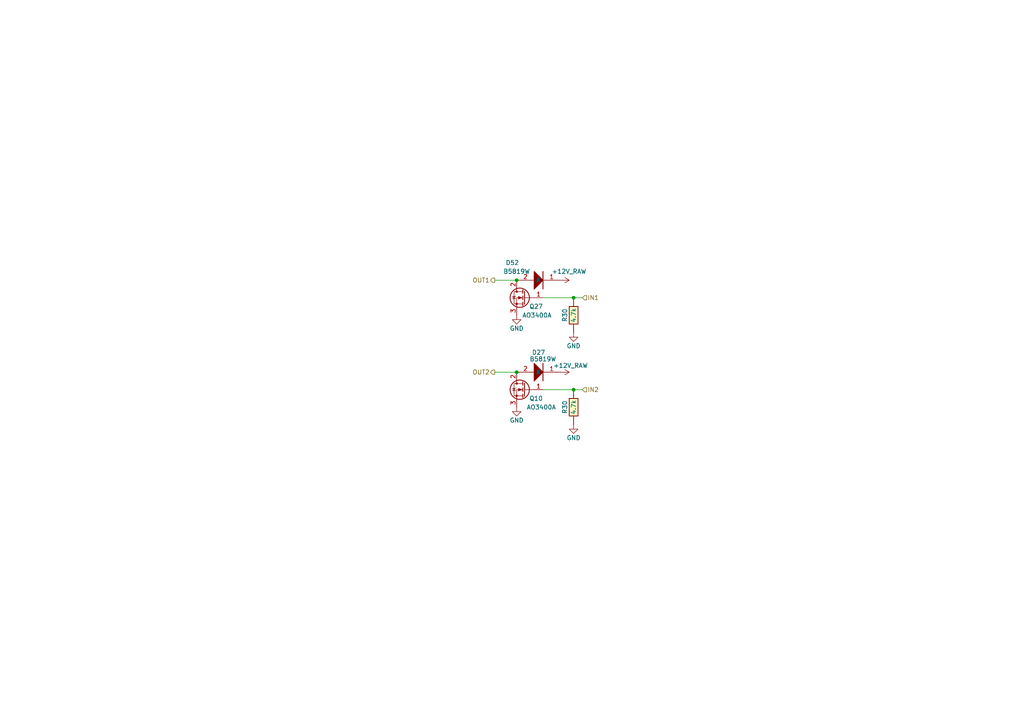
<source format=kicad_sch>
(kicad_sch (version 20230121) (generator eeschema)
  (paper "A4")
  (lib_symbols
    (symbol "hellen-one-common:+12V_RAW" (power) (pin_names (offset 0))
      (property "Value" "+12V_RAW" (at 0 3.556 0))
      (symbol "+12V_RAW_0_1"
        (polyline (pts (xy -0.762 1.27) (xy 0 2.54)))
        (polyline (pts (xy 0 0) (xy 0 2.54)))
        (polyline (pts (xy 0 2.54) (xy 0.762 1.27)))
      )
      (symbol "+12V_RAW_1_1"
        (pin power_in line (at 0 0 90) (length 0) hide (name "+12V_RAW") (number "1"))
      )
    )
    (symbol "hellen-one-common:1N4148WS"
      (property "Reference" "D" (at 0 2.54 0))
      (property "Value" "1N4148WS" (at 0 -3.81 0))
      (symbol "1N4148WS_1_0"
        (polyline (pts (xy 2.54 2.54) (xy 2.54 -2.54)) (stroke (width 0.254)))
        (polyline (pts (xy 0 -2.54) (xy 2.54 0) (xy 0 2.54) (xy 0 -2.54)) (stroke (width 0.254)) (fill (type outline)))
        (pin passive line (at 7.62 0 180) (length 5.08) (name "K") (number "1"))
        (pin passive line (at -5.08 0 0) (length 5.08) (name "A") (number "2"))
      )
    )
    (symbol "hellen-one-common:MOSFET-N" (pin_names hide)
      (property "Reference" "Q" (at 5.08 6.35 0))
      (property "Value" "MOSFET-N" (at 2.54 3.81 0))
      (symbol "MOSFET-N_0_1"
        (polyline (pts (xy 0.254 0) (xy -2.54 0)))
        (polyline (pts (xy 0.254 1.905) (xy 0.254 -1.905)) (stroke (width 0.254)))
        (polyline (pts (xy 0.762 -1.27) (xy 0.762 -2.286)) (stroke (width 0.254)))
        (polyline (pts (xy 0.762 0.508) (xy 0.762 -0.508)) (stroke (width 0.254)))
        (polyline (pts (xy 0.762 2.286) (xy 0.762 1.27)) (stroke (width 0.254)))
        (polyline (pts (xy 2.54 2.54) (xy 2.54 1.778)))
        (polyline (pts (xy 2.54 -2.54) (xy 2.54 0) (xy 0.762 0)))
        (polyline (pts (xy 0.762 -1.778) (xy 3.302 -1.778) (xy 3.302 1.778) (xy 0.762 1.778)))
        (polyline (pts (xy 1.016 0) (xy 2.032 0.381) (xy 2.032 -0.381) (xy 1.016 0)) (fill (type outline)))
        (polyline (pts (xy 2.794 0.508) (xy 2.921 0.381) (xy 3.683 0.381) (xy 3.81 0.254)))
        (polyline (pts (xy 3.302 0.381) (xy 2.921 -0.254) (xy 3.683 -0.254) (xy 3.302 0.381)))
        (circle (center 1.651 0) (radius 2.794) (stroke (width 0.254)))
        (circle (center 2.54 -1.778) (radius 0.254) (fill (type outline)))
        (circle (center 2.54 1.778) (radius 0.254) (fill (type outline)))
      )
      (symbol "MOSFET-N_1_1"
        (pin input line (at -5.08 0 0) (length 2.54) (name "G") (number "1"))
        (pin passive line (at 2.54 5.08 270) (length 2.54) (name "D") (number "2"))
        (pin passive line (at 2.54 -5.08 90) (length 2.54) (name "S") (number "3"))
      )
    )
    (symbol "hellen-one-common:Res" (pin_numbers hide)
      (property "Reference" "R" (at 3.81 2.54 0))
      (property "Value" "Res" (at 5.08 -2.54 0))
      (symbol "Res_1_0"
        (rectangle (start 2.54 -1.27) (end 7.62 1.27) (stroke (width 0.254)) (fill (type background)))
        (pin passive line (at 0 0 0) (length 2.54) (name "") (number "1"))
        (pin passive line (at 10.16 0 180) (length 2.54) (name "") (number "2"))
      )
    )
    (symbol "power:GND" (power) (pin_names (offset 0))
      (property "Value" "GND" (at 0 -3.81 0))
      (symbol "GND_0_1"
        (polyline (pts (xy 0 0) (xy 0 -1.27) (xy 1.27 -1.27) (xy 0 -2.54) (xy -1.27 -1.27) (xy 0 -1.27)))
      )
      (symbol "GND_1_1"
        (pin power_in line (at 0 0 270) (length 0) hide (name "GND") (number "1"))
      )
    )
  )
  (junction (at 149.86 81.28))
  (junction (at 149.86 107.95))
  (junction (at 166.37 113.03))
  (junction (at 166.37 86.36))
  (wire (pts (xy 157.48 86.36) (xy 166.37 86.36)))
  (wire (pts (xy 166.37 113.03) (xy 168.91 113.03)))
  (wire (pts (xy 143.51 81.28) (xy 149.86 81.28)))
  (wire (pts (xy 143.51 107.95) (xy 149.86 107.95)))
  (wire (pts (xy 157.48 113.03) (xy 166.37 113.03)))
  (wire (pts (xy 166.37 86.36) (xy 168.91 86.36)))
  (hierarchical_label "OUT1" (shape output) (at 143.51 81.28 180))
  (hierarchical_label "IN1" (shape input) (at 168.91 86.36 0))
  (hierarchical_label "OUT2" (shape output) (at 143.51 107.95 180))
  (hierarchical_label "IN2" (shape input) (at 168.91 113.03 0))
  (symbol (lib_id "hellen-one-common:1N4148WS") (at 154.94 107.95 0) (unit 1)
    (property "Reference" "D27" (at 156.21 102.235 0))
    (property "Value" "B5819W" (at 157.48 104.14 0))
    (property "Footprint" "hellen-one-common:SOD-123" (effects hide))
    (property "LCSC" "C8598" (effects hide))
    (instances (project "alphax_2ch" (path "" (reference "D27") (unit 1)) (path "" (reference "D24") (unit 1))))
  )
  (symbol (lib_id "power:GND") (at 166.37 96.52 0) (unit 1)
    (property "Reference" "#PWR035" (effects hide))
    (property "Value" "GND" (at 166.37 100.33 0))
    (instances (project "alphax_2ch" (path "" (reference "#PWR035") (unit 1)) (path "" (reference "#PWR075") (unit 1))))
  )
  (symbol (lib_id "power:GND") (at 149.86 91.44 0) (mirror y) (unit 1)
    (property "Reference" "#PWR0122" (effects hide))
    (property "Value" "GND" (at 149.86 95.25 0))
    (instances (project "alphax_2ch" (path "" (reference "#PWR0122") (unit 1)) (path "" (reference "#PWR042") (unit 1))))
  )
  (symbol (lib_id "hellen-one-common:Res") (at 166.37 86.36 90) (mirror x) (unit 1)
    (property "Reference" "R30" (at 163.83 91.44 0))
    (property "Value" "4.7k" (at 166.37 91.44 0))
    (property "Footprint" "hellen-one-common:R0603" (effects hide))
    (property "LCSC" "C23162" (effects hide))
    (instances (project "alphax_2ch" (path "" (reference "R30") (unit 1)) (path "" (reference "R53") (unit 1))))
  )
  (symbol (lib_id "hellen-one-common:Res") (at 166.37 113.03 90) (mirror x) (unit 1)
    (property "Reference" "R30" (at 163.83 118.11 0))
    (property "Value" "4.7k" (at 166.37 118.11 0))
    (property "Footprint" "hellen-one-common:R0603" (effects hide))
    (property "LCSC" "C23162" (effects hide))
    (instances (project "alphax_2ch" (path "" (reference "R30") (unit 1)) (path "" (reference "R54") (unit 1))))
  )
  (symbol (lib_id "power:GND") (at 149.86 118.11 0) (mirror y) (unit 1)
    (property "Reference" "#PWR042" (effects hide))
    (property "Value" "GND" (at 149.86 121.92 0))
    (instances (project "alphax_2ch" (path "" (reference "#PWR042") (unit 1)) (path "" (reference "#PWR049") (unit 1))))
  )
  (symbol (lib_id "hellen-one-common:MOSFET-N") (at 152.4 113.03 0) (mirror y) (unit 1)
    (property "Reference" "Q10" (at 157.48 115.57 0) (effects (justify left)))
    (property "Value" "AO3400A" (at 161.29 118.11 0) (effects (justify left)))
    (property "Footprint" "hellen-one-common:SOT-23" (effects hide))
    (property "LCSC" " C20917" (effects hide))
    (instances (project "alphax_2ch" (path "" (reference "Q10") (unit 1)) (path "" (reference "Q21") (unit 1))))
  )
  (symbol (lib_id "hellen-one-common:MOSFET-N") (at 152.4 86.36 0) (mirror y) (unit 1)
    (property "Reference" "Q27" (at 157.48 88.9 0) (effects (justify left)))
    (property "Value" "AO3400A" (at 160.02 91.44 0) (effects (justify left)))
    (property "Footprint" "hellen-one-common:SOT-23" (effects hide))
    (property "LCSC" " C20917" (effects hide))
    (instances (project "alphax_2ch" (path "" (reference "Q27") (unit 1)) (path "" (reference "Q10") (unit 1))))
  )
  (symbol (lib_id "hellen-one-common:1N4148WS") (at 154.94 81.28 0) (unit 1)
    (property "Reference" "D52" (at 148.59 76.2 0))
    (property "Value" "B5819W" (at 149.86 78.74 0))
    (property "Footprint" "hellen-one-common:SOD-123" (effects hide))
    (property "LCSC" "C8598" (effects hide))
    (instances (project "alphax_2ch" (path "" (reference "D52") (unit 1)) (path "" (reference "D23") (unit 1))))
  )
  (symbol (lib_id "power:GND") (at 166.37 123.19 0) (unit 1)
    (property "Reference" "#PWR035" (effects hide))
    (property "Value" "GND" (at 166.37 127 0))
    (instances (project "alphax_2ch" (path "" (reference "#PWR035") (unit 1)) (path "" (reference "#PWR076") (unit 1))))
  )
  (symbol (lib_id "hellen-one-common:+12V_RAW") (at 162.56 81.28 270) (mirror x) (unit 1)
    (property "Reference" "#PWR0121" (effects hide))
    (property "Value" "+12V_RAW" (at 160.02 78.74 90) (effects (justify left)))
    (instances (project "alphax_2ch" (path "" (reference "#PWR0121") (unit 1)) (path "" (reference "#PWR073") (unit 1))))
  )
  (symbol (lib_id "hellen-one-common:+12V_RAW") (at 162.56 107.95 270) (mirror x) (unit 1)
    (property "Reference" "#PWR049" (effects hide))
    (property "Value" "+12V_RAW" (at 160.4522 106.0384 90) (effects (justify left)))
    (instances (project "alphax_2ch" (path "" (reference "#PWR049") (unit 1)) (path "" (reference "#PWR074") (unit 1))))
  )
)
</source>
